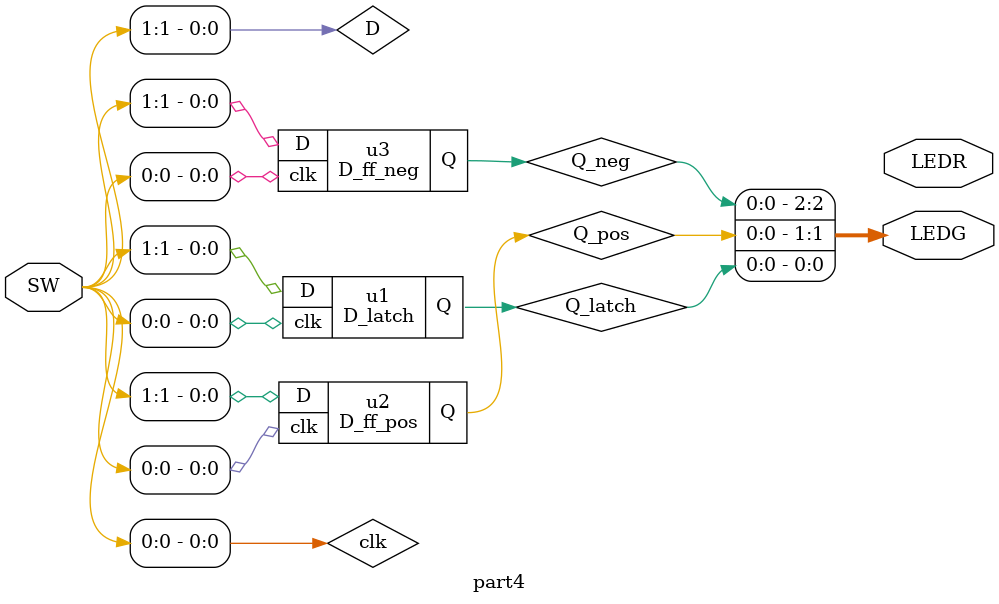
<source format=v>
module D_latch (
    input D,
    input clk,
    output reg Q
);
    always @(*) begin
        if (clk) Q = D;   // khi clk=1 → truyền thẳng
        // khi clk=0 → giữ Q (ko gán, tức là giữ nguyên)
    end
endmodule


// =============================
// 2. D Flip-Flop posedge
// =============================
module D_ff_pos (
    input D,
    input clk,
    output reg Q
);
    always @(posedge clk) begin
        Q <= D;   // chốt tại cạnh lên
    end
endmodule


// =============================
// 3. D Flip-Flop negedge
// =============================
module D_ff_neg (
    input D,
    input clk,
    output reg Q
);
    always @(negedge clk) begin
        Q <= D;   // chốt tại cạnh xuống
    end
endmodule


// =============================
// Top module gom 3 DFF
// =============================
module part4 (
	input [1:0] SW,
	output [1:0] LEDR,
	output [2:0] LEDG
   // FF negedge
);   
	 
	 wire D = SW[1];
	 wire clk = SW[0];
	
    D_latch u1 (
        .D(D),
        .clk(clk),
        .Q(Q_latch)
    );

    D_ff_pos u2 (
        .D(D),
        .clk(clk),
        .Q(Q_pos)
    );

    D_ff_neg u3 (
        .D(D),
        .clk(clk),
        .Q(Q_neg)
    );
	 
	 assign LEDG[0] = Q_latch;
	 assign LEDG[1] = Q_pos;
	 assign LEDG[2] = Q_neg;

endmodule

</source>
